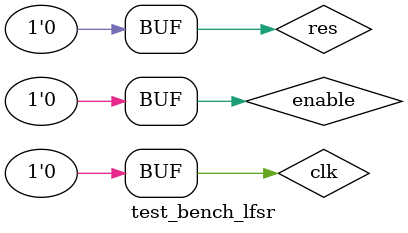
<source format=sv>
`timescale 1ns / 1ps


module test_bench_lfsr();
        logic clk, enable, reset;
        logic [3:0] r_num;
        
        always begin
             clk = 1; #5; clk = 0; #5;
        end
        
        RandomController uut(clk, enable, reset, r_num);
        
        initial begin
            enable = 1;
            res = 1; #20;
            res = 0; #300;
            enable = 0;
        end
endmodule

</source>
